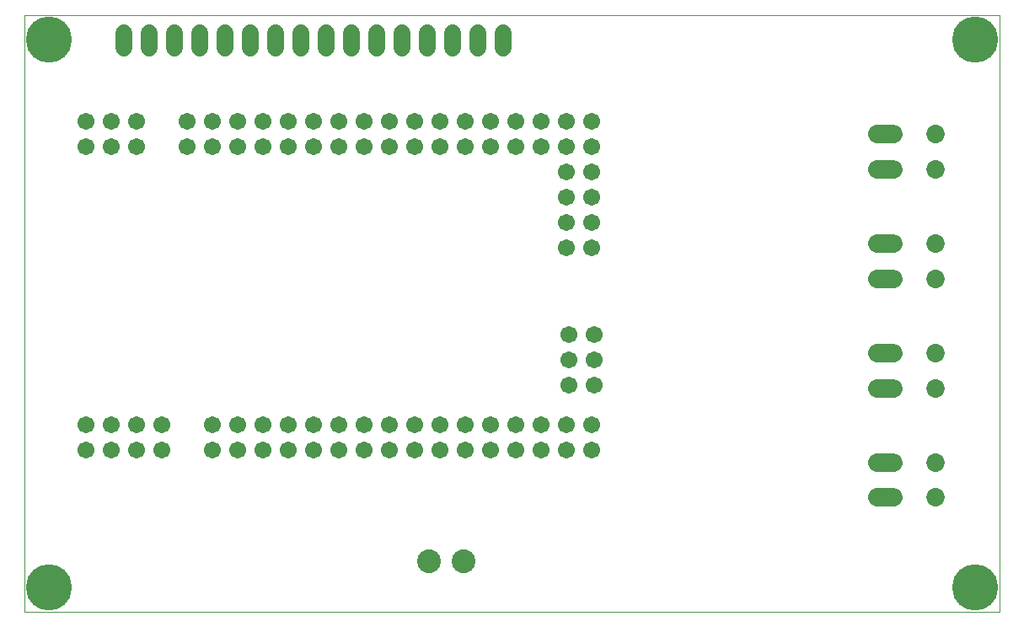
<source format=gbs>
G75*
%MOIN*%
%OFA0B0*%
%FSLAX25Y25*%
%IPPOS*%
%LPD*%
%AMOC8*
5,1,8,0,0,1.08239X$1,22.5*
%
%ADD10C,0.00000*%
%ADD11C,0.06800*%
%ADD12C,0.09400*%
%ADD13C,0.06737*%
%ADD14C,0.07296*%
%ADD15C,0.07296*%
%ADD16C,0.18186*%
D10*
X0005437Y0028622D02*
X0005437Y0264843D01*
X0391264Y0264843D01*
X0391264Y0028622D01*
X0005437Y0028622D01*
D11*
X0044827Y0251843D02*
X0044827Y0257843D01*
X0054827Y0257843D02*
X0054827Y0251843D01*
X0064827Y0251843D02*
X0064827Y0257843D01*
X0074827Y0257843D02*
X0074827Y0251843D01*
X0084827Y0251843D02*
X0084827Y0257843D01*
X0094827Y0257843D02*
X0094827Y0251843D01*
X0104827Y0251843D02*
X0104827Y0257843D01*
X0114827Y0257843D02*
X0114827Y0251843D01*
X0124827Y0251843D02*
X0124827Y0257843D01*
X0134827Y0257843D02*
X0134827Y0251843D01*
X0144827Y0251843D02*
X0144827Y0257843D01*
X0154827Y0257843D02*
X0154827Y0251843D01*
X0164827Y0251843D02*
X0164827Y0257843D01*
X0174827Y0257843D02*
X0174827Y0251843D01*
X0184827Y0251843D02*
X0184827Y0257843D01*
X0194827Y0257843D02*
X0194827Y0251843D01*
D12*
X0179177Y0048661D03*
X0165398Y0048661D03*
D13*
X0169677Y0092567D03*
X0159677Y0092567D03*
X0149677Y0092567D03*
X0139677Y0092567D03*
X0129677Y0092567D03*
X0119677Y0092567D03*
X0109677Y0092567D03*
X0099677Y0092567D03*
X0089677Y0092567D03*
X0079677Y0092567D03*
X0079677Y0102567D03*
X0089677Y0102567D03*
X0099677Y0102567D03*
X0109677Y0102567D03*
X0119677Y0102567D03*
X0129677Y0102567D03*
X0139677Y0102567D03*
X0149677Y0102567D03*
X0159677Y0102567D03*
X0169677Y0102567D03*
X0179677Y0102567D03*
X0189677Y0102567D03*
X0189677Y0092567D03*
X0179677Y0092567D03*
X0199677Y0092567D03*
X0209677Y0092567D03*
X0209677Y0102567D03*
X0199677Y0102567D03*
X0219677Y0102567D03*
X0229677Y0102567D03*
X0229677Y0092567D03*
X0219677Y0092567D03*
X0220862Y0118295D03*
X0230862Y0118295D03*
X0230862Y0128295D03*
X0220862Y0128295D03*
X0220862Y0138295D03*
X0230862Y0138295D03*
X0229661Y0172795D03*
X0219661Y0172795D03*
X0219661Y0182795D03*
X0229661Y0182795D03*
X0229661Y0192795D03*
X0219661Y0192795D03*
X0219661Y0202795D03*
X0229661Y0202795D03*
X0229661Y0212795D03*
X0219661Y0212795D03*
X0209661Y0212795D03*
X0199661Y0212795D03*
X0189661Y0212795D03*
X0179661Y0212795D03*
X0169661Y0212795D03*
X0159661Y0212795D03*
X0149661Y0212795D03*
X0139661Y0212795D03*
X0129661Y0212795D03*
X0119661Y0212795D03*
X0109661Y0212795D03*
X0099661Y0212795D03*
X0089661Y0212795D03*
X0079661Y0212795D03*
X0069661Y0212795D03*
X0069661Y0222795D03*
X0079661Y0222795D03*
X0089661Y0222795D03*
X0099661Y0222795D03*
X0109661Y0222795D03*
X0119661Y0222795D03*
X0129661Y0222795D03*
X0139661Y0222795D03*
X0149661Y0222795D03*
X0159661Y0222795D03*
X0169661Y0222795D03*
X0179661Y0222795D03*
X0189661Y0222795D03*
X0199661Y0222795D03*
X0209661Y0222795D03*
X0219661Y0222795D03*
X0229661Y0222795D03*
X0049661Y0222795D03*
X0039661Y0222795D03*
X0029661Y0222795D03*
X0029661Y0212795D03*
X0039661Y0212795D03*
X0049661Y0212795D03*
X0049677Y0102567D03*
X0039677Y0102567D03*
X0029677Y0102567D03*
X0029677Y0092567D03*
X0039677Y0092567D03*
X0049677Y0092567D03*
X0059677Y0092567D03*
X0059677Y0102567D03*
D14*
X0342740Y0117205D02*
X0349236Y0117205D01*
X0349236Y0130984D02*
X0342740Y0130984D01*
X0342740Y0160512D02*
X0349236Y0160512D01*
X0349236Y0174291D02*
X0342740Y0174291D01*
X0342740Y0203819D02*
X0349236Y0203819D01*
X0349236Y0217598D02*
X0342740Y0217598D01*
X0342740Y0087677D02*
X0349236Y0087677D01*
X0349236Y0073898D02*
X0342740Y0073898D01*
D15*
X0365673Y0073898D03*
X0365673Y0087677D03*
X0365673Y0117205D03*
X0365673Y0130984D03*
X0365673Y0160512D03*
X0365673Y0174291D03*
X0365673Y0203819D03*
X0365673Y0217598D03*
D16*
X0381421Y0255000D03*
X0381421Y0038465D03*
X0015280Y0038465D03*
X0015280Y0255000D03*
M02*

</source>
